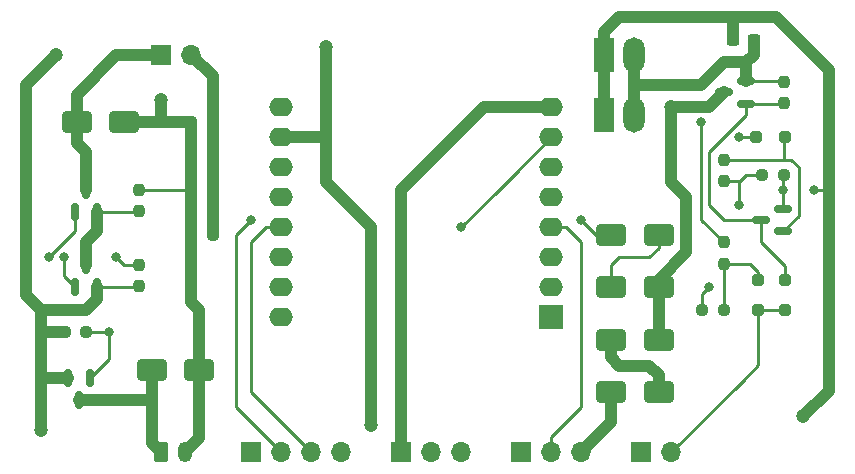
<source format=gbr>
%TF.GenerationSoftware,KiCad,Pcbnew,7.0.5-0*%
%TF.CreationDate,2023-07-09T14:34:54+02:00*%
%TF.ProjectId,pirate-pcb,70697261-7465-42d7-9063-622e6b696361,1A*%
%TF.SameCoordinates,Original*%
%TF.FileFunction,Copper,L1,Top*%
%TF.FilePolarity,Positive*%
%FSLAX46Y46*%
G04 Gerber Fmt 4.6, Leading zero omitted, Abs format (unit mm)*
G04 Created by KiCad (PCBNEW 7.0.5-0) date 2023-07-09 14:34:54*
%MOMM*%
%LPD*%
G01*
G04 APERTURE LIST*
G04 Aperture macros list*
%AMRoundRect*
0 Rectangle with rounded corners*
0 $1 Rounding radius*
0 $2 $3 $4 $5 $6 $7 $8 $9 X,Y pos of 4 corners*
0 Add a 4 corners polygon primitive as box body*
4,1,4,$2,$3,$4,$5,$6,$7,$8,$9,$2,$3,0*
0 Add four circle primitives for the rounded corners*
1,1,$1+$1,$2,$3*
1,1,$1+$1,$4,$5*
1,1,$1+$1,$6,$7*
1,1,$1+$1,$8,$9*
0 Add four rect primitives between the rounded corners*
20,1,$1+$1,$2,$3,$4,$5,0*
20,1,$1+$1,$4,$5,$6,$7,0*
20,1,$1+$1,$6,$7,$8,$9,0*
20,1,$1+$1,$8,$9,$2,$3,0*%
G04 Aperture macros list end*
%TA.AperFunction,SMDPad,CuDef*%
%ADD10RoundRect,0.150000X-0.150000X0.587500X-0.150000X-0.587500X0.150000X-0.587500X0.150000X0.587500X0*%
%TD*%
%TA.AperFunction,SMDPad,CuDef*%
%ADD11RoundRect,0.237500X-0.237500X0.250000X-0.237500X-0.250000X0.237500X-0.250000X0.237500X0.250000X0*%
%TD*%
%TA.AperFunction,SMDPad,CuDef*%
%ADD12RoundRect,0.150000X0.150000X-0.587500X0.150000X0.587500X-0.150000X0.587500X-0.150000X-0.587500X0*%
%TD*%
%TA.AperFunction,SMDPad,CuDef*%
%ADD13RoundRect,0.237500X-0.250000X-0.237500X0.250000X-0.237500X0.250000X0.237500X-0.250000X0.237500X0*%
%TD*%
%TA.AperFunction,ComponentPad*%
%ADD14R,1.700000X1.700000*%
%TD*%
%TA.AperFunction,ComponentPad*%
%ADD15O,1.700000X1.700000*%
%TD*%
%TA.AperFunction,SMDPad,CuDef*%
%ADD16RoundRect,0.250000X1.000000X0.650000X-1.000000X0.650000X-1.000000X-0.650000X1.000000X-0.650000X0*%
%TD*%
%TA.AperFunction,SMDPad,CuDef*%
%ADD17RoundRect,0.250000X-0.250000X-0.250000X0.250000X-0.250000X0.250000X0.250000X-0.250000X0.250000X0*%
%TD*%
%TA.AperFunction,SMDPad,CuDef*%
%ADD18RoundRect,0.237500X0.250000X0.237500X-0.250000X0.237500X-0.250000X-0.237500X0.250000X-0.237500X0*%
%TD*%
%TA.AperFunction,SMDPad,CuDef*%
%ADD19RoundRect,0.237500X0.237500X-0.250000X0.237500X0.250000X-0.237500X0.250000X-0.237500X-0.250000X0*%
%TD*%
%TA.AperFunction,SMDPad,CuDef*%
%ADD20RoundRect,0.250000X-1.000000X-0.650000X1.000000X-0.650000X1.000000X0.650000X-1.000000X0.650000X0*%
%TD*%
%TA.AperFunction,SMDPad,CuDef*%
%ADD21RoundRect,0.150000X0.587500X0.150000X-0.587500X0.150000X-0.587500X-0.150000X0.587500X-0.150000X0*%
%TD*%
%TA.AperFunction,ComponentPad*%
%ADD22RoundRect,0.250000X-0.350000X-0.625000X0.350000X-0.625000X0.350000X0.625000X-0.350000X0.625000X0*%
%TD*%
%TA.AperFunction,ComponentPad*%
%ADD23O,1.200000X1.750000*%
%TD*%
%TA.AperFunction,ComponentPad*%
%ADD24R,1.800000X3.000000*%
%TD*%
%TA.AperFunction,ComponentPad*%
%ADD25O,1.800000X3.000000*%
%TD*%
%TA.AperFunction,SMDPad,CuDef*%
%ADD26RoundRect,0.250000X0.250000X-0.250000X0.250000X0.250000X-0.250000X0.250000X-0.250000X-0.250000X0*%
%TD*%
%TA.AperFunction,SMDPad,CuDef*%
%ADD27RoundRect,0.237500X0.300000X0.237500X-0.300000X0.237500X-0.300000X-0.237500X0.300000X-0.237500X0*%
%TD*%
%TA.AperFunction,ComponentPad*%
%ADD28R,2.000000X2.000000*%
%TD*%
%TA.AperFunction,ComponentPad*%
%ADD29O,2.000000X1.600000*%
%TD*%
%TA.AperFunction,ViaPad*%
%ADD30C,1.200000*%
%TD*%
%TA.AperFunction,ViaPad*%
%ADD31C,0.800000*%
%TD*%
%TA.AperFunction,Conductor*%
%ADD32C,1.000000*%
%TD*%
%TA.AperFunction,Conductor*%
%ADD33C,0.250000*%
%TD*%
G04 APERTURE END LIST*
D10*
%TO.P,Q3,1,G*%
%TO.N,Net-(Q3-G)*%
X122375000Y-116460000D03*
%TO.P,Q3,2,S*%
%TO.N,GND*%
X120475000Y-116460000D03*
%TO.P,Q3,3,D*%
%TO.N,Net-(D4-A)*%
X121425000Y-118335000D03*
%TD*%
D11*
%TO.P,R11,1*%
%TO.N,+3V3*%
X176035000Y-105000000D03*
%TO.P,R11,2*%
%TO.N,N_BUTTON*%
X176035000Y-106825000D03*
%TD*%
D12*
%TO.P,Q4,1,G*%
%TO.N,AUDIO_EN*%
X121110000Y-108780000D03*
%TO.P,Q4,2,S*%
%TO.N,GND*%
X123010000Y-108780000D03*
%TO.P,Q4,3,D*%
%TO.N,Net-(Q4-D)*%
X122060000Y-106905000D03*
%TD*%
D13*
%TO.P,R12,1*%
%TO.N,Net-(U1-D0)*%
X174210000Y-110715000D03*
%TO.P,R12,2*%
%TO.N,N_BUTTON*%
X176035000Y-110715000D03*
%TD*%
D14*
%TO.P,J7,1,Pin_1*%
%TO.N,Net-(D7-A)*%
X128410000Y-89125000D03*
D15*
%TO.P,J7,2,Pin_2*%
%TO.N,Net-(J7-Pin_2)*%
X130950000Y-89125000D03*
%TD*%
D16*
%TO.P,D7,1,K*%
%TO.N,VCC*%
X125235000Y-94840000D03*
%TO.P,D7,2,A*%
%TO.N,Net-(D7-A)*%
X121235000Y-94840000D03*
%TD*%
D11*
%TO.P,R2,1*%
%TO.N,N_POWER_OFF*%
X176035000Y-98015000D03*
%TO.P,R2,2*%
%TO.N,Net-(D2-K)*%
X176035000Y-99840000D03*
%TD*%
D16*
%TO.P,D4,1,K*%
%TO.N,VCC*%
X131585000Y-115795000D03*
%TO.P,D4,2,A*%
%TO.N,Net-(D4-A)*%
X127585000Y-115795000D03*
%TD*%
D17*
%TO.P,D3,1,K*%
%TO.N,Net-(D3-K)*%
X178742000Y-96110000D03*
%TO.P,D3,2,A*%
%TO.N,N_POWER_OFF*%
X181242000Y-96110000D03*
%TD*%
D18*
%TO.P,R10,1*%
%TO.N,Net-(Q3-G)*%
X122060000Y-112620000D03*
%TO.P,R10,2*%
%TO.N,GND*%
X120235000Y-112620000D03*
%TD*%
D19*
%TO.P,R1,1*%
%TO.N,N_POWER_ON*%
X181115000Y-93212500D03*
%TO.P,R1,2*%
%TO.N,Net-(J1-Pin_2)*%
X181115000Y-91387500D03*
%TD*%
D20*
%TO.P,D5,1,K*%
%TO.N,Net-(D5-K)*%
X166510000Y-113255000D03*
%TO.P,D5,2,A*%
%TO.N,VCC*%
X170510000Y-113255000D03*
%TD*%
D21*
%TO.P,Q2,1,G*%
%TO.N,N_POWER_ON*%
X177910000Y-93250000D03*
%TO.P,Q2,2,S*%
%TO.N,Net-(J1-Pin_2)*%
X177910000Y-91350000D03*
%TO.P,Q2,3,D*%
%TO.N,VCC*%
X176035000Y-92300000D03*
%TD*%
D14*
%TO.P,J3,1,Pin_1*%
%TO.N,+3V3*%
X148730000Y-122780000D03*
D15*
%TO.P,J3,2,Pin_2*%
%TO.N,unconnected-(J3-Pin_2-Pad2)*%
X151270000Y-122780000D03*
%TO.P,J3,3,Pin_3*%
%TO.N,GND*%
X153810000Y-122780000D03*
%TD*%
D11*
%TO.P,R4,1*%
%TO.N,AUDIO_EN*%
X126505000Y-106905000D03*
%TO.P,R4,2*%
%TO.N,GND*%
X126505000Y-108730000D03*
%TD*%
D20*
%TO.P,D1,1,K*%
%TO.N,Net-(D1-K)*%
X166510000Y-108810000D03*
%TO.P,D1,2,A*%
%TO.N,VCC*%
X170510000Y-108810000D03*
%TD*%
D22*
%TO.P,J2,1,Pin_1*%
%TO.N,Net-(D4-A)*%
X128410000Y-122780000D03*
D23*
%TO.P,J2,2,Pin_2*%
%TO.N,VCC*%
X130410000Y-122780000D03*
%TD*%
D18*
%TO.P,R6,1*%
%TO.N,Net-(J7-Pin_2)*%
X132775000Y-104365000D03*
%TO.P,R6,2*%
%TO.N,VCC*%
X130950000Y-104365000D03*
%TD*%
D24*
%TO.P,J1,1,Pin_1*%
%TO.N,GND*%
X165875000Y-89125000D03*
X165875000Y-94205000D03*
D25*
%TO.P,J1,2,Pin_2*%
%TO.N,Net-(J1-Pin_2)*%
X168415000Y-89125000D03*
X168415000Y-94205000D03*
%TD*%
D20*
%TO.P,D6,1,K*%
%TO.N,+5VL*%
X166510000Y-117700000D03*
%TO.P,D6,2,A*%
%TO.N,Net-(D5-K)*%
X170510000Y-117700000D03*
%TD*%
D14*
%TO.P,J5,1,Pin_1*%
%TO.N,GND*%
X169050000Y-122780000D03*
D15*
%TO.P,J5,2,Pin_2*%
%TO.N,Net-(D8-K)*%
X171590000Y-122780000D03*
%TD*%
D26*
%TO.P,D8,1,K*%
%TO.N,Net-(D8-K)*%
X178956000Y-110715000D03*
%TO.P,D8,2,A*%
%TO.N,N_BUTTON*%
X178956000Y-108215000D03*
%TD*%
D18*
%TO.P,R7,1*%
%TO.N,Net-(J7-Pin_2)*%
X132775000Y-101190000D03*
%TO.P,R7,2*%
%TO.N,VCC*%
X130950000Y-101190000D03*
%TD*%
D14*
%TO.P,J4,1,Pin_1*%
%TO.N,GND*%
X136030000Y-122780000D03*
D15*
%TO.P,J4,2,Pin_2*%
%TO.N,Net-(J4-Pin_2)*%
X138570000Y-122780000D03*
%TO.P,J4,3,Pin_3*%
%TO.N,Net-(J4-Pin_3)*%
X141110000Y-122780000D03*
%TO.P,J4,4,Pin_4*%
%TO.N,unconnected-(J4-Pin_4-Pad4)*%
X143650000Y-122780000D03*
%TD*%
D18*
%TO.P,R9,1*%
%TO.N,Net-(J7-Pin_2)*%
X132775000Y-94840000D03*
%TO.P,R9,2*%
%TO.N,VCC*%
X130950000Y-94840000D03*
%TD*%
D21*
%TO.P,Q1,1,G*%
%TO.N,N_POWER_OFF*%
X181085000Y-104045000D03*
%TO.P,Q1,2,S*%
%TO.N,GND*%
X181085000Y-102145000D03*
%TO.P,Q1,3,D*%
%TO.N,N_POWER_ON*%
X179210000Y-103095000D03*
%TD*%
D12*
%TO.P,Q5,1,G*%
%TO.N,AUDIO_PDM*%
X121110000Y-102430000D03*
%TO.P,Q5,2,S*%
%TO.N,Net-(Q4-D)*%
X123010000Y-102430000D03*
%TO.P,Q5,3,D*%
%TO.N,Net-(D7-A)*%
X122060000Y-100555000D03*
%TD*%
D20*
%TO.P,D2,1,K*%
%TO.N,Net-(D2-K)*%
X166510000Y-104365000D03*
%TO.P,D2,2,A*%
%TO.N,Net-(D1-K)*%
X170510000Y-104365000D03*
%TD*%
D27*
%TO.P,C1,1*%
%TO.N,Net-(J1-Pin_2)*%
X178575000Y-87855000D03*
%TO.P,C1,2*%
%TO.N,GND*%
X176850000Y-87855000D03*
%TD*%
D13*
%TO.P,R3,1*%
%TO.N,Net-(D2-K)*%
X179290000Y-99285000D03*
%TO.P,R3,2*%
%TO.N,GND*%
X181115000Y-99285000D03*
%TD*%
D11*
%TO.P,R5,1*%
%TO.N,VCC*%
X126505000Y-100555000D03*
%TO.P,R5,2*%
%TO.N,Net-(Q4-D)*%
X126505000Y-102380000D03*
%TD*%
D14*
%TO.P,J6,1,Pin_1*%
%TO.N,GND*%
X158890000Y-122780000D03*
D15*
%TO.P,J6,2,Pin_2*%
%TO.N,Net-(J6-Pin_2)*%
X161430000Y-122780000D03*
%TO.P,J6,3,Pin_3*%
%TO.N,+5VL*%
X163970000Y-122780000D03*
%TD*%
D26*
%TO.P,D9,1,K*%
%TO.N,Net-(D8-K)*%
X181242000Y-110715000D03*
%TO.P,D9,2,A*%
%TO.N,N_POWER_ON*%
X181242000Y-108215000D03*
%TD*%
D18*
%TO.P,R8,1*%
%TO.N,Net-(J7-Pin_2)*%
X132775000Y-98015000D03*
%TO.P,R8,2*%
%TO.N,VCC*%
X130950000Y-98015000D03*
%TD*%
D28*
%TO.P,U1,1,~{RST}*%
%TO.N,unconnected-(U1-~{RST}-Pad1)*%
X161430000Y-111350000D03*
D29*
%TO.P,U1,2,A0*%
%TO.N,unconnected-(U1-A0-Pad2)*%
X161430000Y-108810000D03*
%TO.P,U1,3,D0*%
%TO.N,Net-(U1-D0)*%
X161430000Y-106270000D03*
%TO.P,U1,4,SCK/D5*%
%TO.N,Net-(J6-Pin_2)*%
X161430000Y-103730000D03*
%TO.P,U1,5,MISO/D6*%
%TO.N,Net-(J4-Pin_2)*%
X161430000Y-101190000D03*
%TO.P,U1,6,MOSI/D7*%
%TO.N,Net-(D3-K)*%
X161430000Y-98650000D03*
%TO.P,U1,7,CS/D8*%
%TO.N,Net-(Q3-G)*%
X161430000Y-96110000D03*
%TO.P,U1,8,3V3*%
%TO.N,+3V3*%
X161430000Y-93570000D03*
%TO.P,U1,9,5V*%
%TO.N,VCC*%
X138570000Y-93570000D03*
%TO.P,U1,10,GND*%
%TO.N,GND*%
X138570000Y-96110000D03*
%TO.P,U1,11,D4*%
%TO.N,unconnected-(U1-D4-Pad11)*%
X138570000Y-98650000D03*
%TO.P,U1,12,D3*%
%TO.N,unconnected-(U1-D3-Pad12)*%
X138570000Y-101190000D03*
%TO.P,U1,13,SDA/D2*%
%TO.N,Net-(J4-Pin_3)*%
X138570000Y-103730000D03*
%TO.P,U1,14,SCL/D1*%
%TO.N,AUDIO_EN*%
X138570000Y-106270000D03*
%TO.P,U1,15,RX*%
%TO.N,AUDIO_PDM*%
X138570000Y-108810000D03*
%TO.P,U1,16,TX*%
%TO.N,unconnected-(U1-TX-Pad16)*%
X138570000Y-111350000D03*
%TD*%
D30*
%TO.N,GND*%
X119520000Y-89125000D03*
X118250000Y-120875000D03*
D31*
X181085000Y-100555000D03*
X183655000Y-100555000D03*
D30*
X146190000Y-120494000D03*
X142380000Y-88490000D03*
X182766000Y-119732000D03*
%TO.N,VCC*%
X128410000Y-92935000D03*
X171590000Y-93570000D03*
D31*
%TO.N,+3V3*%
X174130000Y-94840000D03*
%TO.N,Net-(J4-Pin_2)*%
X136030000Y-103095000D03*
%TO.N,Net-(Q3-G)*%
X123965000Y-112620000D03*
X153810000Y-103730000D03*
%TO.N,AUDIO_EN*%
X120155000Y-106270000D03*
X124600000Y-106270000D03*
%TO.N,AUDIO_PDM*%
X118885000Y-106270000D03*
%TO.N,Net-(D3-K)*%
X177305000Y-96110000D03*
%TO.N,Net-(D2-K)*%
X163970000Y-103095000D03*
X177305000Y-101825000D03*
%TO.N,Net-(U1-D0)*%
X174765000Y-108810000D03*
%TD*%
D32*
%TO.N,GND*%
X116980000Y-109445000D02*
X116980000Y-101825000D01*
X142380000Y-99920000D02*
X146190000Y-103730000D01*
X184925000Y-117573000D02*
X182766000Y-119732000D01*
X167145000Y-85950000D02*
X176670000Y-85950000D01*
X146190000Y-103730000D02*
X146190000Y-120494000D01*
X176670000Y-85950000D02*
X176850000Y-86130000D01*
X142380000Y-96110000D02*
X142380000Y-99920000D01*
X142380000Y-96110000D02*
X142380000Y-92935000D01*
X116980000Y-101825000D02*
X116980000Y-91665000D01*
D33*
X184925000Y-100555000D02*
X183655000Y-100555000D01*
D32*
X165875000Y-87220000D02*
X167145000Y-85950000D01*
X118250000Y-120875000D02*
X118250000Y-116430000D01*
X118250000Y-116430000D02*
X118250000Y-112620000D01*
X138570000Y-96110000D02*
X142380000Y-96110000D01*
X123010000Y-109765000D02*
X122060000Y-110715000D01*
X120475000Y-116460000D02*
X118280000Y-116460000D01*
X176670000Y-85950000D02*
X180480000Y-85950000D01*
D33*
X181085000Y-100555000D02*
X181085000Y-99315000D01*
D32*
X176850000Y-86130000D02*
X176850000Y-87855000D01*
X165875000Y-89125000D02*
X165875000Y-94205000D01*
X123010000Y-108780000D02*
X123010000Y-109765000D01*
D33*
X126455000Y-108780000D02*
X123010000Y-108780000D01*
D32*
X118250000Y-112620000D02*
X118250000Y-110715000D01*
X184925000Y-100555000D02*
X184925000Y-117573000D01*
X116980000Y-91665000D02*
X119520000Y-89125000D01*
X118250000Y-110715000D02*
X116980000Y-109445000D01*
D33*
X181085000Y-99315000D02*
X181115000Y-99285000D01*
D32*
X165875000Y-89125000D02*
X165875000Y-87220000D01*
D33*
X126505000Y-108730000D02*
X126455000Y-108780000D01*
D32*
X184925000Y-90395000D02*
X184925000Y-100555000D01*
X142380000Y-88490000D02*
X142380000Y-92935000D01*
X180480000Y-85950000D02*
X184925000Y-90395000D01*
X118280000Y-116460000D02*
X118250000Y-116430000D01*
X122060000Y-110715000D02*
X118250000Y-110715000D01*
X120235000Y-112620000D02*
X118250000Y-112620000D01*
D33*
X181085000Y-102145000D02*
X181085000Y-100555000D01*
D32*
%TO.N,Net-(J1-Pin_2)*%
X177940000Y-89760000D02*
X177940000Y-91320000D01*
X178575000Y-89125000D02*
X178575000Y-88490000D01*
X178575000Y-88490000D02*
X178575000Y-87855000D01*
X174130000Y-91665000D02*
X176035000Y-89760000D01*
X176035000Y-89760000D02*
X177940000Y-89760000D01*
X168415000Y-94205000D02*
X168415000Y-91665000D01*
X177940000Y-91320000D02*
X177910000Y-91350000D01*
D33*
X181077500Y-91350000D02*
X177910000Y-91350000D01*
D32*
X177940000Y-89760000D02*
X178575000Y-89125000D01*
D33*
X181115000Y-91387500D02*
X181077500Y-91350000D01*
D32*
X168415000Y-91665000D02*
X168415000Y-89125000D01*
X168415000Y-91665000D02*
X174130000Y-91665000D01*
%TO.N,Net-(D4-A)*%
X127585000Y-118335000D02*
X127585000Y-121955000D01*
X127585000Y-115795000D02*
X127585000Y-118335000D01*
X121425000Y-118335000D02*
X127585000Y-118335000D01*
X127585000Y-121955000D02*
X128410000Y-122780000D01*
D33*
%TO.N,VCC*%
X126505000Y-100555000D02*
X130950000Y-100555000D01*
D32*
X131585000Y-121605000D02*
X130410000Y-122780000D01*
X174765000Y-93570000D02*
X176035000Y-92300000D01*
X130950000Y-98015000D02*
X130950000Y-100555000D01*
X131585000Y-115795000D02*
X131585000Y-121605000D01*
X172860000Y-105825000D02*
X172860000Y-101190000D01*
X171590000Y-93570000D02*
X174130000Y-93570000D01*
X125235000Y-94840000D02*
X128410000Y-94840000D01*
X130950000Y-100555000D02*
X130950000Y-101190000D01*
X174130000Y-93570000D02*
X174765000Y-93570000D01*
X170510000Y-113255000D02*
X170510000Y-108175000D01*
X128410000Y-94840000D02*
X130950000Y-94840000D01*
X131585000Y-110715000D02*
X131585000Y-115795000D01*
X130950000Y-101190000D02*
X130950000Y-104365000D01*
X170510000Y-108175000D02*
X172860000Y-105825000D01*
X128410000Y-92935000D02*
X128410000Y-94840000D01*
X130950000Y-94840000D02*
X130950000Y-98015000D01*
X130950000Y-104365000D02*
X130950000Y-110080000D01*
X171590000Y-93570000D02*
X171590000Y-99920000D01*
X130950000Y-110080000D02*
X131585000Y-110715000D01*
X171590000Y-99920000D02*
X172860000Y-101190000D01*
%TO.N,+3V3*%
X148730000Y-100555000D02*
X155715000Y-93570000D01*
X155715000Y-93570000D02*
X161430000Y-93570000D01*
D33*
X174130000Y-96745000D02*
X174130000Y-103095000D01*
X174130000Y-103095000D02*
X176035000Y-105000000D01*
D32*
X148730000Y-122780000D02*
X148730000Y-100555000D01*
D33*
X174130000Y-96745000D02*
X174130000Y-94840000D01*
%TO.N,Net-(J4-Pin_2)*%
X134760000Y-104365000D02*
X136030000Y-103095000D01*
X134760000Y-118970000D02*
X134760000Y-104365000D01*
X138570000Y-122780000D02*
X134760000Y-118970000D01*
%TO.N,Net-(J4-Pin_3)*%
X137300000Y-103730000D02*
X138570000Y-103730000D01*
X136030000Y-105000000D02*
X137300000Y-103730000D01*
X141110000Y-122780000D02*
X136030000Y-117700000D01*
X136030000Y-117700000D02*
X136030000Y-105000000D01*
%TO.N,N_POWER_ON*%
X179210000Y-103095000D02*
X176035000Y-103095000D01*
X181242000Y-107032000D02*
X181242000Y-108215000D01*
X176035000Y-103095000D02*
X174765000Y-101825000D01*
X177910000Y-94235000D02*
X177910000Y-93250000D01*
X174765000Y-97380000D02*
X177910000Y-94235000D01*
X181077500Y-93250000D02*
X177910000Y-93250000D01*
X174765000Y-101825000D02*
X174765000Y-97380000D01*
X181115000Y-93212500D02*
X181077500Y-93250000D01*
X179210000Y-103095000D02*
X179210000Y-105000000D01*
X179210000Y-105000000D02*
X181242000Y-107032000D01*
%TO.N,Net-(J6-Pin_2)*%
X162700000Y-103730000D02*
X161430000Y-103730000D01*
X161430000Y-121510000D02*
X163970000Y-118970000D01*
X163970000Y-105000000D02*
X162700000Y-103730000D01*
X163970000Y-118970000D02*
X163970000Y-105000000D01*
X161430000Y-122780000D02*
X161430000Y-121510000D01*
D32*
%TO.N,+5VL*%
X166510000Y-120240000D02*
X166510000Y-117700000D01*
X163970000Y-122780000D02*
X166510000Y-120240000D01*
%TO.N,Net-(D7-A)*%
X122060000Y-100555000D02*
X122060000Y-97380000D01*
X122060000Y-97380000D02*
X121235000Y-96555000D01*
X121235000Y-92490000D02*
X124600000Y-89125000D01*
X121235000Y-96555000D02*
X121235000Y-94840000D01*
X124600000Y-89125000D02*
X128410000Y-89125000D01*
X121235000Y-94840000D02*
X121235000Y-92490000D01*
%TO.N,Net-(J7-Pin_2)*%
X132775000Y-98015000D02*
X132775000Y-101190000D01*
X132775000Y-101190000D02*
X132775000Y-104365000D01*
X132775000Y-90950000D02*
X132775000Y-94840000D01*
X130950000Y-89125000D02*
X132775000Y-90950000D01*
X132775000Y-94840000D02*
X132775000Y-98015000D01*
D33*
%TO.N,N_POWER_OFF*%
X181750000Y-98015000D02*
X181115000Y-98015000D01*
X181242000Y-96110000D02*
X181115000Y-96237000D01*
X182385000Y-102745000D02*
X182385000Y-98650000D01*
X182385000Y-98650000D02*
X181750000Y-98015000D01*
X181115000Y-96237000D02*
X181115000Y-98015000D01*
X181115000Y-98015000D02*
X177305000Y-98015000D01*
X177305000Y-98015000D02*
X176035000Y-98015000D01*
X181085000Y-104045000D02*
X182385000Y-102745000D01*
%TO.N,Net-(Q3-G)*%
X123965000Y-112620000D02*
X122060000Y-112620000D01*
X123965000Y-114870000D02*
X123965000Y-112620000D01*
X122375000Y-116460000D02*
X123965000Y-114870000D01*
X156985000Y-100555000D02*
X153810000Y-103730000D01*
X158255000Y-99285000D02*
X156985000Y-100555000D01*
X158255000Y-99285000D02*
X161430000Y-96110000D01*
%TO.N,AUDIO_EN*%
X120155000Y-106270000D02*
X120155000Y-107825000D01*
X126505000Y-106905000D02*
X125235000Y-106905000D01*
X125235000Y-106905000D02*
X124600000Y-106270000D01*
X120155000Y-107825000D02*
X121110000Y-108780000D01*
%TO.N,Net-(Q4-D)*%
X123010000Y-102430000D02*
X126455000Y-102430000D01*
X126455000Y-102430000D02*
X126505000Y-102380000D01*
D32*
X123010000Y-102430000D02*
X123010000Y-104050000D01*
X123010000Y-104050000D02*
X122060000Y-105000000D01*
X122060000Y-105000000D02*
X122060000Y-106905000D01*
D33*
%TO.N,AUDIO_PDM*%
X121110000Y-104045000D02*
X121110000Y-102430000D01*
X118885000Y-106270000D02*
X121110000Y-104045000D01*
%TO.N,Net-(D8-K)*%
X178956000Y-110715000D02*
X178956000Y-115414000D01*
X178956000Y-115414000D02*
X177622500Y-116747500D01*
X178956000Y-110715000D02*
X181242000Y-110715000D01*
X171590000Y-122780000D02*
X177622500Y-116747500D01*
%TO.N,Net-(D3-K)*%
X177305000Y-96110000D02*
X178742000Y-96110000D01*
%TO.N,Net-(D1-K)*%
X170510000Y-105445000D02*
X169685000Y-106270000D01*
X170510000Y-105445000D02*
X170510000Y-104365000D01*
X167145000Y-106270000D02*
X166510000Y-106905000D01*
X169685000Y-106270000D02*
X167145000Y-106270000D01*
X166510000Y-106905000D02*
X166510000Y-108810000D01*
%TO.N,Net-(D2-K)*%
X165240000Y-104365000D02*
X166510000Y-104365000D01*
X177385000Y-99840000D02*
X177305000Y-99920000D01*
X177940000Y-99285000D02*
X179290000Y-99285000D01*
X163970000Y-103095000D02*
X165240000Y-104365000D01*
X177305000Y-99920000D02*
X177305000Y-101825000D01*
X176035000Y-99840000D02*
X177385000Y-99840000D01*
X177385000Y-99840000D02*
X177940000Y-99285000D01*
D32*
%TO.N,Net-(D5-K)*%
X167201192Y-115437271D02*
X169741192Y-115437271D01*
X167201192Y-115437271D02*
X166510000Y-114746079D01*
X169741192Y-115437271D02*
X170510000Y-116206079D01*
X166510000Y-114746079D02*
X166510000Y-113255000D01*
X170510000Y-116206079D02*
X170510000Y-117700000D01*
D33*
%TO.N,N_BUTTON*%
X176035000Y-110715000D02*
X176035000Y-106825000D01*
X178956000Y-107540000D02*
X178956000Y-108215000D01*
X178241000Y-106825000D02*
X176035000Y-106825000D01*
X178241000Y-106825000D02*
X178956000Y-107540000D01*
%TO.N,Net-(U1-D0)*%
X174210000Y-109365000D02*
X174765000Y-108810000D01*
X174210000Y-110715000D02*
X174210000Y-109365000D01*
%TD*%
M02*

</source>
